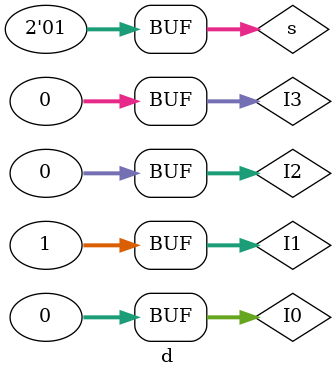
<source format=v>
`timescale 1ns / 1ps


module d;

	// Inputs
	reg [1:0] s;
	reg [31:0] I0;
	reg [31:0] I1;
	reg [31:0] I2;
	reg [31:0] I3;

	// Outputs
	wire [31:0] o;

	// Instantiate the Unit Under Test (UUT)
	MUX4_32 uut (
		.s(s), 
		.I0(I0), 
		.I1(I1), 
		.I2(I2), 
		.I3(I3), 
		.o(o)
	);

	initial begin
		// Initialize Inputs
		s = 0;
		I0 = 0;
		I1 = 1;
		I2 = 0;
		I3 = 0;
		// Wait 100 ns for global reset to finish
		#100;
		s=1;
		#100;
        
		// Add stimulus here

	end
      
endmodule


</source>
